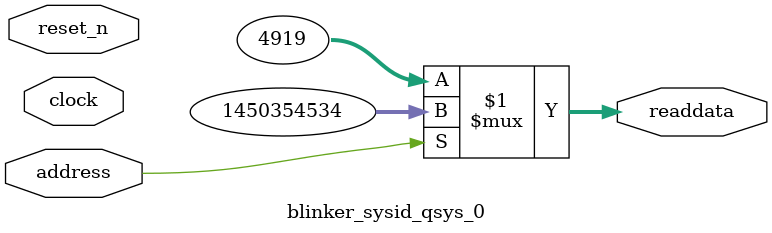
<source format=v>

`timescale 1ns / 1ps
// synthesis translate_on

// turn off superfluous verilog processor warnings 
// altera message_level Level1 
// altera message_off 10034 10035 10036 10037 10230 10240 10030 

module blinker_sysid_qsys_0 (
               // inputs:
                address,
                clock,
                reset_n,

               // outputs:
                readdata
             )
;

  output  [ 31: 0] readdata;
  input            address;
  input            clock;
  input            reset_n;

  wire    [ 31: 0] readdata;
  //control_slave, which is an e_avalon_slave
  assign readdata = address ? 1450354534 : 4919;

endmodule




</source>
